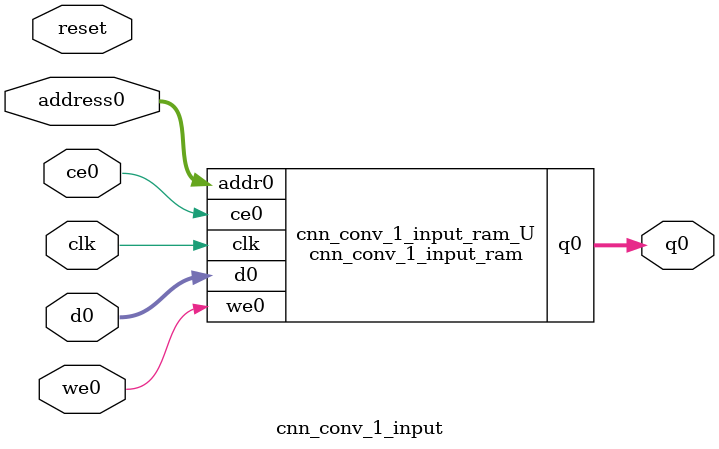
<source format=v>
`timescale 1 ns / 1 ps
module cnn_conv_1_input_ram (addr0, ce0, d0, we0, q0,  clk);

parameter DWIDTH = 32;
parameter AWIDTH = 10;
parameter MEM_SIZE = 784;

input[AWIDTH-1:0] addr0;
input ce0;
input[DWIDTH-1:0] d0;
input we0;
output reg[DWIDTH-1:0] q0;
input clk;

(* ram_style = "block" *)reg [DWIDTH-1:0] ram[0:MEM_SIZE-1];




always @(posedge clk)  
begin 
    if (ce0) 
    begin
        if (we0) 
        begin 
            ram[addr0] <= d0; 
        end 
        q0 <= ram[addr0];
    end
end


endmodule

`timescale 1 ns / 1 ps
module cnn_conv_1_input(
    reset,
    clk,
    address0,
    ce0,
    we0,
    d0,
    q0);

parameter DataWidth = 32'd32;
parameter AddressRange = 32'd784;
parameter AddressWidth = 32'd10;
input reset;
input clk;
input[AddressWidth - 1:0] address0;
input ce0;
input we0;
input[DataWidth - 1:0] d0;
output[DataWidth - 1:0] q0;



cnn_conv_1_input_ram cnn_conv_1_input_ram_U(
    .clk( clk ),
    .addr0( address0 ),
    .ce0( ce0 ),
    .we0( we0 ),
    .d0( d0 ),
    .q0( q0 ));

endmodule


</source>
